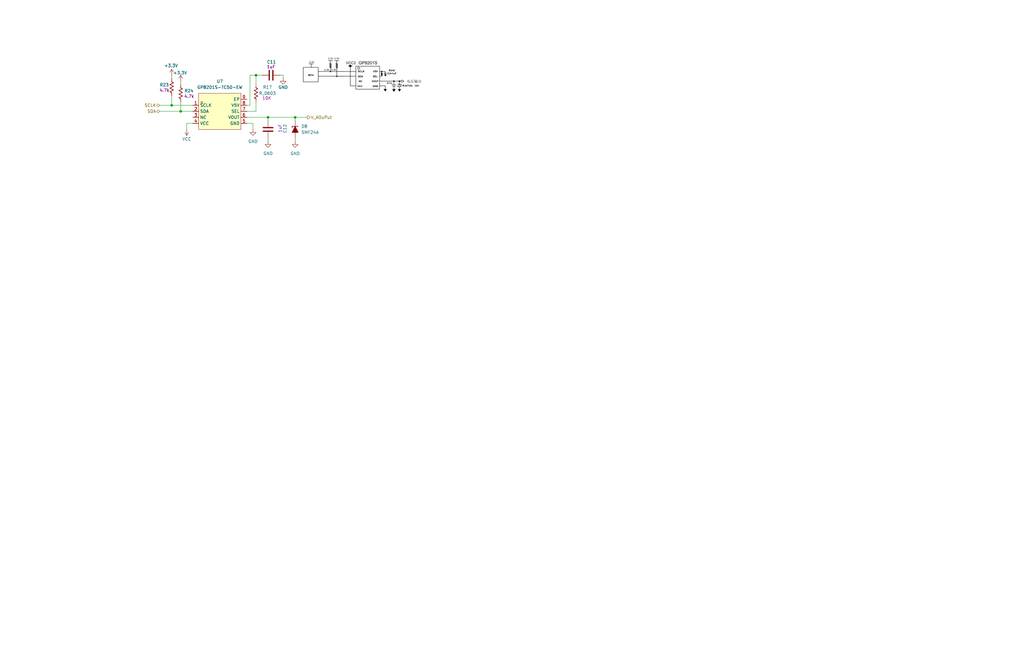
<source format=kicad_sch>
(kicad_sch (version 20250114) (generator "eeschema") (generator_version "9.0")
  (paper "USLedger")
  (lib_symbols
    (symbol "Easy:GP8201S-TC50-EW"
      (property "Reference" "U" (at 0 10.16 0))
      (property "Value" "GP8201S-TC50-EW" (at 0 -10.16 0))
      (symbol "GP8201S-TC50-EW_0_1"
        (rectangle (start -8.89 7.62) (end 8.89 -7.62) (fill (type background)))
        (circle (center -7.62 3.81) (radius 0.38))
        (pin unspecified line (at -11.43 2.54 0) (length 2.54) (name "SCLK") (number "1"))
        (pin unspecified line (at -11.43 0 0) (length 2.54) (name "SDA") (number "2"))
        (pin unspecified line (at -11.43 -2.54 0) (length 2.54) (name "NC") (number "3"))
        (pin unspecified line (at -11.43 -5.08 0) (length 2.54) (name "VCC") (number "4"))
        (pin unspecified line (at 11.43 5.08 180) (length 2.54) (name "EP") (number "9"))
        (pin unspecified line (at 11.43 2.54 180) (length 2.54) (name "V5V") (number "8"))
        (pin unspecified line (at 11.43 0 180) (length 2.54) (name "SEL") (number "7"))
        (pin unspecified line (at 11.43 -2.54 180) (length 2.54) (name "VOUT") (number "6"))
        (pin unspecified line (at 11.43 -5.08 180) (length 2.54) (name "GND") (number "5"))
      )
    )
    (symbol "PCM_Capacitor_AKL:C_0603" (pin_numbers (hide yes)) (pin_names (offset 0.254))
      (property "Reference" "C" (at 0.635 2.54 0))
      (property "Value" "C_0603" (at 0.635 -2.54 0))
      (symbol "C_0603_0_1"
        (polyline (pts (xy -2.032 0.762) (xy 2.032 0.762)) (stroke (width 0.508)))
        (polyline (pts (xy -2.032 -0.762) (xy 2.032 -0.762)) (stroke (width 0.508)))
      )
      (symbol "C_0603_0_2"
        (polyline (pts (xy -2.54 -2.54) (xy -0.381 -0.381)))
        (polyline (pts (xy -0.508 -0.508) (xy -1.651 0.635)) (stroke (width 0.508)))
        (polyline (pts (xy -0.508 -0.508) (xy 0.635 -1.651)) (stroke (width 0.508)))
        (polyline (pts (xy 0.381 0.381) (xy 2.54 2.54)))
        (polyline (pts (xy 0.508 0.508) (xy -0.635 1.651)) (stroke (width 0.508)))
        (polyline (pts (xy 0.508 0.508) (xy 1.651 -0.635)) (stroke (width 0.508)))
      )
      (symbol "C_0603_1_1"
        (pin passive line (at 0 3.81 270) (length 2.794) (name "~") (number "1"))
        (pin passive line (at 0 -3.81 90) (length 2.794) (name "~") (number "2"))
      )
      (symbol "C_0603_1_2"
        (pin passive line (at -2.54 -2.54 90) (length 0) (name "~") (number "2"))
        (pin passive line (at 2.54 2.54 270) (length 0) (name "~") (number "1"))
      )
    )
    (symbol "PCM_Diode_TVS_AKL:SMF24A" (pin_numbers (hide yes)) (pin_names (offset 1.016) (hide yes))
      (property "Reference" "D" (at 0 5.08 0))
      (property "Value" "SMF24A" (at 0 2.54 0))
      (symbol "SMF24A_0_1"
        (polyline (pts (xy -1.27 1.27) (xy -1.27 -1.27) (xy 1.27 0) (xy -1.27 1.27)) (stroke (width 0.254)) (fill (type outline)))
        (polyline (pts (xy -1.27 0) (xy 1.27 0)))
        (polyline (pts (xy 1.27 1.27) (xy 0.762 1.27)) (stroke (width 0.254)))
        (polyline (pts (xy 1.27 -1.27) (xy 1.27 1.27)) (stroke (width 0.254)))
      )
      (symbol "SMF24A_0_2"
        (polyline (pts (xy -2.54 -2.54) (xy 2.54 2.54)))
        (polyline (pts (xy -0.889 -0.889) (xy -1.778 0) (xy 0.889 0.889) (xy 0 -1.778) (xy -0.889 -0.889)) (stroke (width 0.254)) (fill (type outline)))
        (polyline (pts (xy 0 1.778) (xy -0.381 1.397)) (stroke (width 0.254)))
        (polyline (pts (xy 0 1.778) (xy 1.778 0)) (stroke (width 0.254)))
      )
      (symbol "SMF24A_1_1"
        (pin passive line (at -3.81 0 0) (length 2.54) (name "A") (number "2"))
        (pin passive line (at 3.81 0 180) (length 2.54) (name "K") (number "1"))
      )
      (symbol "SMF24A_1_2"
        (pin passive line (at -2.54 -2.54 0) (length 0) (name "A") (number "2"))
        (pin passive line (at 2.54 2.54 180) (length 0) (name "K") (number "1"))
      )
    )
    (symbol "PCM_Resistor_US_AKL:R_0603" (pin_numbers (hide yes)) (pin_names (offset 0))
      (property "Reference" "R" (at 2.54 1.27 0))
      (property "Value" "R_0603" (at 2.54 -1.27 0))
      (symbol "R_0603_0_1"
        (polyline (pts (xy 0 2.286) (xy 0 2.54)) (stroke (width 0.254)))
        (polyline (pts (xy 0 2.286) (xy 0.762 1.905) (xy -0.762 1.143) (xy 0 0.762) (xy 0.762 0.381) (xy 0 0) (xy -0.762 -0.381) (xy 0 -0.762) (xy 0.762 -1.143) (xy 0 -1.524) (xy -0.762 -1.905) (xy 0 -2.286)) (stroke (width 0.254)))
        (polyline (pts (xy 0 -2.286) (xy 0 -2.54)) (stroke (width 0.254)))
      )
      (symbol "R_0603_0_2"
        (polyline (pts (xy -2.54 -2.54) (xy -1.778 -1.778)))
        (polyline (pts (xy -1.778 -1.778) (xy -1.524 -1.524)) (stroke (width 0.254)))
        (polyline (pts (xy -1.524 -1.524) (xy -1.778 -0.762) (xy -1.016 -1.016)) (stroke (width 0.254)))
        (polyline (pts (xy -0.508 -0.508) (xy -0.762 0.254) (xy 0 0)) (stroke (width 0.254)))
        (polyline (pts (xy -0.508 -0.508) (xy -0.254 -1.27) (xy -1.016 -1.016)) (stroke (width 0.254)))
        (polyline (pts (xy 0.508 0.508) (xy 0.254 1.27) (xy 1.016 1.016)) (stroke (width 0.254)))
        (polyline (pts (xy 0.508 0.508) (xy 0.762 -0.254) (xy 0 0)) (stroke (width 0.254)))
        (polyline (pts (xy 1.524 1.524) (xy 1.778 0.762) (xy 1.016 1.016)) (stroke (width 0.254)))
        (polyline (pts (xy 1.778 1.778) (xy 1.524 1.524)) (stroke (width 0.254)))
        (polyline (pts (xy 1.778 1.778) (xy 2.54 2.54)))
      )
      (symbol "R_0603_1_1"
        (pin passive line (at 0 3.81 270) (length 1.27) (name "~") (number "1"))
        (pin passive line (at 0 -3.81 90) (length 1.27) (name "~") (number "2"))
      )
      (symbol "R_0603_1_2"
        (pin passive line (at -2.54 -2.54 0) (length 0) (name "") (number "2"))
        (pin passive line (at 2.54 2.54 180) (length 0) (name "") (number "1"))
      )
    )
    (symbol "power:+3.3V" (power) (pin_numbers (hide yes)) (pin_names (offset 0) (hide yes))
      (property "Value" "+3.3V" (at 0 3.556 0))
      (symbol "+3.3V_0_1"
        (polyline (pts (xy -0.762 1.27) (xy 0 2.54)))
        (polyline (pts (xy 0 2.54) (xy 0.762 1.27)))
        (polyline (pts (xy 0 0) (xy 0 2.54)))
      )
      (symbol "+3.3V_1_1"
        (pin power_in line (at 0 0 90) (length 0) (name "~") (number "1"))
      )
    )
    (symbol "power:GND" (power) (pin_numbers (hide yes)) (pin_names (offset 0) (hide yes))
      (property "Value" "GND" (at 0 -3.81 0))
      (symbol "GND_0_1"
        (polyline (pts (xy 0 0) (xy 0 -1.27) (xy 1.27 -1.27) (xy 0 -2.54) (xy -1.27 -1.27) (xy 0 -1.27)))
      )
      (symbol "GND_1_1"
        (pin power_in line (at 0 0 270) (length 0) (name "~") (number "1"))
      )
    )
    (symbol "power:VCC" (power) (pin_numbers (hide yes)) (pin_names (offset 0) (hide yes))
      (property "Value" "VCC" (at 0 3.556 0))
      (symbol "VCC_0_1"
        (polyline (pts (xy -0.762 1.27) (xy 0 2.54)))
        (polyline (pts (xy 0 2.54) (xy 0.762 1.27)))
        (polyline (pts (xy 0 0) (xy 0 2.54)))
      )
      (symbol "VCC_1_1"
        (pin power_in line (at 0 0 90) (length 0) (name "~") (number "1"))
      )
    )
  )
  (junction (at 72.39 44.45))
  (junction (at 76.2 46.99))
  (junction (at 124.46 49.53))
  (junction (at 113.03 49.53))
  (junction (at 107.95 31.75))
  (wire (pts (xy 106.68 52.07) (xy 106.68 54.61)))
  (wire (pts (xy 118.11 31.75) (xy 119.38 31.75)))
  (wire (pts (xy 107.95 43.18) (xy 107.95 46.99)))
  (wire (pts (xy 113.03 49.53) (xy 113.03 50.8)))
  (wire (pts (xy 67.31 44.45) (xy 72.39 44.45)))
  (wire (pts (xy 104.14 46.99) (xy 107.95 46.99)))
  (wire (pts (xy 104.14 44.45) (xy 105.41 44.45)))
  (wire (pts (xy 78.74 54.61) (xy 78.74 52.07)))
  (wire (pts (xy 104.14 52.07) (xy 106.68 52.07)))
  (wire (pts (xy 105.41 44.45) (xy 105.41 31.75)))
  (wire (pts (xy 76.2 46.99) (xy 81.28 46.99)))
  (wire (pts (xy 113.03 49.53) (xy 124.46 49.53)))
  (wire (pts (xy 72.39 40.64) (xy 72.39 44.45)))
  (wire (pts (xy 72.39 44.45) (xy 81.28 44.45)))
  (wire (pts (xy 78.74 52.07) (xy 81.28 52.07)))
  (wire (pts (xy 113.03 58.42) (xy 113.03 59.69)))
  (wire (pts (xy 72.39 31.75) (xy 72.39 33.02)))
  (wire (pts (xy 124.46 49.53) (xy 129.54 49.53)))
  (wire (pts (xy 124.46 49.53) (xy 124.46 50.8)))
  (wire (pts (xy 76.2 34.29) (xy 76.2 35.56)))
  (wire (pts (xy 105.41 31.75) (xy 107.95 31.75)))
  (wire (pts (xy 107.95 31.75) (xy 107.95 35.56)))
  (wire (pts (xy 119.38 31.75) (xy 119.38 33.02)))
  (wire (pts (xy 107.95 31.75) (xy 110.49 31.75)))
  (wire (pts (xy 104.14 49.53) (xy 113.03 49.53)))
  (wire (pts (xy 67.31 46.99) (xy 76.2 46.99)))
  (wire (pts (xy 76.2 43.18) (xy 76.2 46.99)))
  (wire (pts (xy 124.46 58.42) (xy 124.46 59.69)))
  (image (at 152.4 31.75) (scale 0.148376))
  (hierarchical_label "SCLK" (shape bidirectional) (at 67.31 44.45 180))
  (hierarchical_label "V_AOuPut" (shape output) (at 129.54 49.53 0))
  (hierarchical_label "SDA" (shape bidirectional) (at 67.31 46.99 180))
  (symbol (lib_id "power:+3.3V") (at 72.39 31.75 0) (unit 1)
    (property "Reference" "#PWR055" (effects (hide yes)))
    (property "Value" "+3.3V" (at 72.136 27.686 0))
    (property "Description" "Power symbol creates a global label with name \"+3.3V\"" (effects (hide yes)))
  )
  (symbol (lib_id "PCM_Resistor_US_AKL:R_0603") (at 107.95 39.37 0) (unit 1)
    (property "Reference" "R17" (at 112.776 36.83 0))
    (property "Value" "R_0603" (at 112.776 39.37 0))
    (property "Footprint" "PCM_Resistor_SMD_AKL:R_0603_1608Metric" (effects (hide yes)))
    (property "Description" "SMD 0603 Chip Resistor, US Symbol, Alternate KiCad Library" (effects (hide yes)))
    (property "Capacidad " "10K" (at 112.522 41.402 0))
  )
  (symbol (lib_id "PCM_Resistor_US_AKL:R_0603") (at 72.39 36.83 0) (unit 1)
    (property "Reference" "R23" (at 67.31 35.814 0) (effects (justify left)))
    (property "Value" "R_0603" (effects (hide yes)))
    (property "Footprint" "PCM_Resistor_SMD_AKL:R_0603_1608Metric" (effects (hide yes)))
    (property "Description" "SMD 0603 Chip Resistor, US Symbol, Alternate KiCad Library" (effects (hide yes)))
    (property "Capacidad " "4.7k" (at 69.342 38.1 0))
  )
  (symbol (lib_id "power:GND") (at 119.38 33.02 0) (unit 1)
    (property "Reference" "#PWR054" (effects (hide yes)))
    (property "Value" "GND" (at 119.38 36.83 0))
    (property "Description" "Power symbol creates a global label with name \"GND\" , ground" (effects (hide yes)))
  )
  (symbol (lib_id "PCM_Capacitor_AKL:C_0603") (at 114.3 31.75 270) (unit 1)
    (property "Reference" "C11" (at 112.522 26.162 90) (effects (justify left)))
    (property "Value" "C_0603" (effects (hide yes)))
    (property "Footprint" "PCM_Capacitor_SMD_AKL:C_0603_1608Metric" (effects (hide yes)))
    (property "Description" "SMD 0603 MLCC capacitor, Alternate KiCad Library" (effects (hide yes)))
    (property "Capacidad " "1uF" (at 114.3 28.194 90))
  )
  (symbol (lib_id "power:+3.3V") (at 76.2 34.29 0) (unit 1)
    (property "Reference" "#PWR056" (effects (hide yes)))
    (property "Value" "+3.3V" (at 75.946 30.734 0))
    (property "Description" "Power symbol creates a global label with name \"+3.3V\"" (effects (hide yes)))
  )
  (symbol (lib_id "power:GND") (at 113.03 59.69 0) (unit 1)
    (property "Reference" "#PWR039" (effects (hide yes)))
    (property "Value" "GND" (at 113.03 64.77 0))
    (property "Description" "Power symbol creates a global label with name \"GND\" , ground" (effects (hide yes)))
  )
  (symbol (lib_id "power:VCC") (at 78.74 54.61 180) (unit 1)
    (property "Reference" "#PWR038" (effects (hide yes)))
    (property "Value" "VCC" (at 78.74 58.674 0))
    (property "Description" "Power symbol creates a global label with name \"VCC\"" (effects (hide yes)))
  )
  (symbol (lib_id "power:GND") (at 106.68 54.61 0) (unit 1)
    (property "Reference" "#PWR037" (effects (hide yes)))
    (property "Value" "GND" (at 106.68 59.69 0))
    (property "Description" "Power symbol creates a global label with name \"GND\" , ground" (effects (hide yes)))
  )
  (symbol (lib_id "PCM_Capacitor_AKL:C_0603") (at 113.03 54.61 180) (unit 1)
    (property "Reference" "C12" (at 120.142 52.324 90) (effects (justify left)))
    (property "Value" "C_0603" (effects (hide yes)))
    (property "Footprint" "PCM_Capacitor_SMD_AKL:C_0603_1608Metric" (effects (hide yes)))
    (property "Description" "SMD 0603 MLCC capacitor, Alternate KiCad Library" (effects (hide yes)))
    (property "Capacidad " "1uF" (at 118.11 54.102 90))
  )
  (symbol (lib_id "PCM_Diode_TVS_AKL:SMF24A") (at 124.46 54.61 90) (unit 1)
    (property "Reference" "D8" (at 127 53.3399 90) (effects (justify right)))
    (property "Value" "SMF24A" (at 127 55.8799 90) (effects (justify right)))
    (property "Footprint" "PCM_Diode_SMD_AKL:D_SOD-123F" (effects (hide yes)))
    (property "Datasheet" "https://www.tme.eu/Document/95faf1e5e821ed1b438500c66c7b0bd9/smf50a.pdf" (effects (hide yes)))
    (property "Description" "SOD-123F Unidirectional TVS diode, 24V, 200W, Alternate KiCAD Library" (effects (hide yes)))
  )
  (symbol (lib_id "Easy:GP8201S-TC50-EW") (at 92.71 46.99 0) (unit 1)
    (property "Reference" "U7" (at 92.71 34.29 0))
    (property "Value" "GP8201S-TC50-EW" (at 92.71 36.83 0))
    (property "Footprint" "EasyEDA:ESOP-8_L4.9-W3.9-P1.27-LS6.0-BL-EP" (effects (hide yes)))
    (property "LCSC Part" "C5240058" (effects (hide yes)))
  )
  (symbol (lib_id "power:GND") (at 124.46 59.69 0) (unit 1)
    (property "Reference" "#PWR040" (effects (hide yes)))
    (property "Value" "GND" (at 124.46 64.77 0))
    (property "Description" "Power symbol creates a global label with name \"GND\" , ground" (effects (hide yes)))
  )
  (symbol (lib_id "PCM_Resistor_US_AKL:R_0603") (at 76.2 39.37 0) (unit 1)
    (property "Reference" "R24" (at 77.724 38.354 0) (effects (justify left)))
    (property "Value" "R_0603" (effects (hide yes)))
    (property "Footprint" "PCM_Resistor_SMD_AKL:R_0603_1608Metric" (effects (hide yes)))
    (property "Description" "SMD 0603 Chip Resistor, US Symbol, Alternate KiCad Library" (effects (hide yes)))
    (property "Capacidad " "4.7k" (at 79.756 40.64 0))
  )
)
</source>
